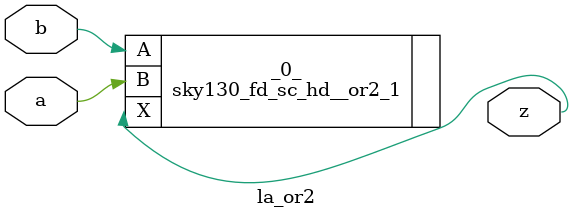
<source format=v>

/* Generated by Yosys 0.44 (git sha1 80ba43d26, g++ 11.4.0-1ubuntu1~22.04 -fPIC -O3) */

(* top =  1  *)
(* src = "inputs/la_or2.v:10.1-20.10" *)
module la_or2 (
    a,
    b,
    z
);
  (* src = "inputs/la_or2.v:13.12-13.13" *)
  input a;
  wire a;
  (* src = "inputs/la_or2.v:14.12-14.13" *)
  input b;
  wire b;
  (* src = "inputs/la_or2.v:15.12-15.13" *)
  output z;
  wire z;
  sky130_fd_sc_hd__or2_1 _0_ (
      .A(b),
      .B(a),
      .X(z)
  );
endmodule

</source>
